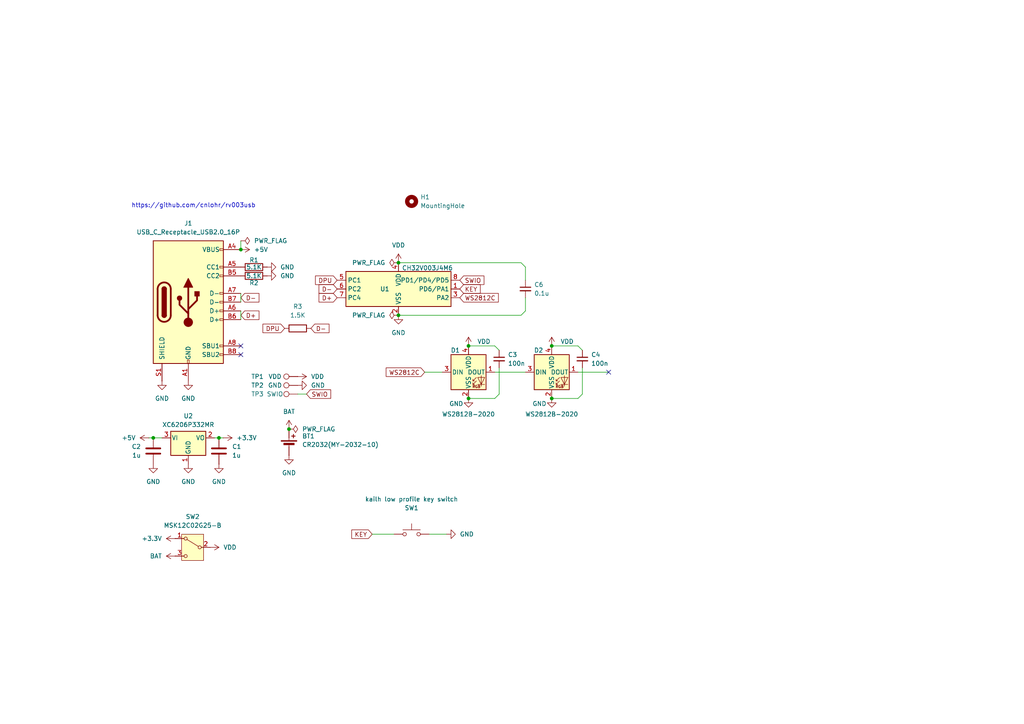
<source format=kicad_sch>
(kicad_sch (version 20250114) (generator "eeschema") (generator_version "9.0")
  (paper "A4")
  (lib_symbols
    (symbol "Connector:TestPoint" (pin_numbers (hide yes)) (pin_names (offset 0.762) (hide yes))
      (property "Reference" "TP" (at 0 6.858 0))
      (property "Value" "TestPoint" (at 0 5.08 0))
      (symbol "TestPoint_0_1"
        (circle (center 0 3.302) (radius 0.762))
      )
      (symbol "TestPoint_1_1"
        (pin passive line (at 0 0 90) (length 2.54) (name "1") (number "1"))
      )
    )
    (symbol "Connector:USB_C_Receptacle_USB2.0_16P" (pin_names (offset 1.016))
      (property "Reference" "J" (at 0 22.225 0))
      (property "Value" "USB_C_Receptacle_USB2.0_16P" (at 0 19.685 0))
      (symbol "USB_C_Receptacle_USB2.0_16P_0_0"
        (rectangle (start -0.254 -17.78) (end 0.254 -16.764))
        (rectangle (start 10.16 15.494) (end 9.144 14.986))
        (rectangle (start 10.16 10.414) (end 9.144 9.906))
        (rectangle (start 10.16 7.874) (end 9.144 7.366))
        (rectangle (start 10.16 2.794) (end 9.144 2.286))
        (rectangle (start 10.16 0.254) (end 9.144 -0.254))
        (rectangle (start 10.16 -2.286) (end 9.144 -2.794))
        (rectangle (start 10.16 -4.826) (end 9.144 -5.334))
        (rectangle (start 10.16 -12.446) (end 9.144 -12.954))
        (rectangle (start 10.16 -14.986) (end 9.144 -15.494))
      )
      (symbol "USB_C_Receptacle_USB2.0_16P_0_1"
        (rectangle (start -10.16 17.78) (end 10.16 -17.78) (stroke (width 0.254)) (fill (type background)))
        (polyline (pts (xy -8.89 -3.81) (xy -8.89 3.81)) (stroke (width 0.508)))
        (rectangle (start -7.62 -3.81) (end -6.35 3.81) (stroke (width 0.254)) (fill (type outline)))
        (arc (start -7.62 3.81) (mid -6.985 4.4423) (end -6.35 3.81) (stroke (width 0.254)))
        (arc (start -7.62 3.81) (mid -6.985 4.4423) (end -6.35 3.81) (stroke (width 0.254)) (fill (type outline)))
        (arc (start -8.89 3.81) (mid -6.985 5.7067) (end -5.08 3.81) (stroke (width 0.508)))
        (arc (start -5.08 -3.81) (mid -6.985 -5.7067) (end -8.89 -3.81) (stroke (width 0.508)))
        (arc (start -6.35 -3.81) (mid -6.985 -4.4423) (end -7.62 -3.81) (stroke (width 0.254)))
        (arc (start -6.35 -3.81) (mid -6.985 -4.4423) (end -7.62 -3.81) (stroke (width 0.254)) (fill (type outline)))
        (polyline (pts (xy -5.08 3.81) (xy -5.08 -3.81)) (stroke (width 0.508)))
        (circle (center -2.54 1.143) (radius 0.635) (stroke (width 0.254)) (fill (type outline)))
        (polyline (pts (xy -1.27 4.318) (xy 0 6.858) (xy 1.27 4.318) (xy -1.27 4.318)) (stroke (width 0.254)) (fill (type outline)))
        (polyline (pts (xy 0 -2.032) (xy 2.54 0.508) (xy 2.54 1.778)) (stroke (width 0.508)))
        (polyline (pts (xy 0 -3.302) (xy -2.54 -0.762) (xy -2.54 0.508)) (stroke (width 0.508)))
        (polyline (pts (xy 0 -5.842) (xy 0 4.318)) (stroke (width 0.508)))
        (circle (center 0 -5.842) (radius 1.27) (fill (type outline)))
        (rectangle (start 1.905 1.778) (end 3.175 3.048) (stroke (width 0.254)) (fill (type outline)))
      )
      (symbol "USB_C_Receptacle_USB2.0_16P_1_1"
        (pin passive line (at -7.62 -22.86 90) (length 5.08) (name "SHIELD") (number "S1"))
        (pin passive line (at 0 -22.86 90) (length 5.08) (name "GND") (number "A1"))
        (pin passive line (at 0 -22.86 90) (length 5.08) (hide yes) (name "GND") (number "A12"))
        (pin passive line (at 0 -22.86 90) (length 5.08) (hide yes) (name "GND") (number "B1"))
        (pin passive line (at 0 -22.86 90) (length 5.08) (hide yes) (name "GND") (number "B12"))
        (pin passive line (at 15.24 15.24 180) (length 5.08) (name "VBUS") (number "A4"))
        (pin passive line (at 15.24 15.24 180) (length 5.08) (hide yes) (name "VBUS") (number "A9"))
        (pin passive line (at 15.24 15.24 180) (length 5.08) (hide yes) (name "VBUS") (number "B4"))
        (pin passive line (at 15.24 15.24 180) (length 5.08) (hide yes) (name "VBUS") (number "B9"))
        (pin bidirectional line (at 15.24 10.16 180) (length 5.08) (name "CC1") (number "A5"))
        (pin bidirectional line (at 15.24 7.62 180) (length 5.08) (name "CC2") (number "B5"))
        (pin bidirectional line (at 15.24 2.54 180) (length 5.08) (name "D-") (number "A7"))
        (pin bidirectional line (at 15.24 0 180) (length 5.08) (name "D-") (number "B7"))
        (pin bidirectional line (at 15.24 -2.54 180) (length 5.08) (name "D+") (number "A6"))
        (pin bidirectional line (at 15.24 -5.08 180) (length 5.08) (name "D+") (number "B6"))
        (pin bidirectional line (at 15.24 -12.7 180) (length 5.08) (name "SBU1") (number "A8"))
        (pin bidirectional line (at 15.24 -15.24 180) (length 5.08) (name "SBU2") (number "B8"))
      )
    )
    (symbol "Device:Battery_Cell" (pin_numbers (hide yes)) (pin_names (offset 0) (hide yes))
      (property "Reference" "BT" (at 2.54 2.54 0))
      (property "Value" "Battery_Cell" (at 2.54 0 0))
      (symbol "Battery_Cell_0_1"
        (rectangle (start -2.286 1.778) (end 2.286 1.524) (fill (type outline)))
        (rectangle (start -1.524 1.016) (end 1.524 0.508) (fill (type outline)))
        (polyline (pts (xy 0 1.778) (xy 0 2.54)))
        (polyline (pts (xy 0 0.762) (xy 0 0)))
        (polyline (pts (xy 0.762 3.048) (xy 1.778 3.048)) (stroke (width 0.254)))
        (polyline (pts (xy 1.27 3.556) (xy 1.27 2.54)) (stroke (width 0.254)))
      )
      (symbol "Battery_Cell_1_1"
        (pin passive line (at 0 5.08 270) (length 2.54) (name "+") (number "1"))
        (pin passive line (at 0 -2.54 90) (length 2.54) (name "-") (number "2"))
      )
    )
    (symbol "Device:C" (pin_numbers (hide yes)) (pin_names (offset 0.254))
      (property "Reference" "C" (at 0.635 2.54 0))
      (property "Value" "C" (at 0.635 -2.54 0))
      (symbol "C_0_1"
        (polyline (pts (xy -2.032 0.762) (xy 2.032 0.762)) (stroke (width 0.508)))
        (polyline (pts (xy -2.032 -0.762) (xy 2.032 -0.762)) (stroke (width 0.508)))
      )
      (symbol "C_1_1"
        (pin passive line (at 0 3.81 270) (length 2.794) (name "~") (number "1"))
        (pin passive line (at 0 -3.81 90) (length 2.794) (name "~") (number "2"))
      )
    )
    (symbol "Device:C_Small" (pin_numbers (hide yes)) (pin_names (offset 0.254) (hide yes))
      (property "Reference" "C" (at 0.254 1.778 0))
      (property "Value" "C_Small" (at 0.254 -2.032 0))
      (symbol "C_Small_0_1"
        (polyline (pts (xy -1.524 0.508) (xy 1.524 0.508)) (stroke (width 0.3048)))
        (polyline (pts (xy -1.524 -0.508) (xy 1.524 -0.508)) (stroke (width 0.3302)))
      )
      (symbol "C_Small_1_1"
        (pin passive line (at 0 2.54 270) (length 2.032) (name "~") (number "1"))
        (pin passive line (at 0 -2.54 90) (length 2.032) (name "~") (number "2"))
      )
    )
    (symbol "Device:R" (pin_numbers (hide yes)) (pin_names (offset 0))
      (property "Reference" "R" (at 2.032 0 90))
      (property "Value" "R" (at 0 0 90))
      (symbol "R_0_1"
        (rectangle (start -1.016 -2.54) (end 1.016 2.54) (stroke (width 0.254)))
      )
      (symbol "R_1_1"
        (pin passive line (at 0 3.81 270) (length 1.27) (name "~") (number "1"))
        (pin passive line (at 0 -3.81 90) (length 1.27) (name "~") (number "2"))
      )
    )
    (symbol "LED:WS2812B-2020" (pin_names (offset 0.254))
      (property "Reference" "D" (at 5.08 5.715 0))
      (property "Value" "WS2812B-2020" (at 1.27 -5.715 0))
      (symbol "WS2812B-2020_0_0"
        (text "RGB" (at 2.286 -4.191 0) (effects (font (size 0.762 0.762))))
      )
      (symbol "WS2812B-2020_0_1"
        (polyline (pts (xy 1.27 -2.54) (xy 1.778 -2.54)))
        (polyline (pts (xy 1.27 -3.556) (xy 1.778 -3.556)))
        (polyline (pts (xy 2.286 -1.524) (xy 1.27 -2.54) (xy 1.27 -2.032)))
        (polyline (pts (xy 2.286 -2.54) (xy 1.27 -3.556) (xy 1.27 -3.048)))
        (polyline (pts (xy 3.683 -1.016) (xy 3.683 -3.556) (xy 3.683 -4.064)))
        (polyline (pts (xy 4.699 -1.524) (xy 2.667 -1.524) (xy 3.683 -3.556) (xy 4.699 -1.524)))
        (polyline (pts (xy 4.699 -3.556) (xy 2.667 -3.556)))
        (rectangle (start 5.08 5.08) (end -5.08 -5.08) (stroke (width 0.254)) (fill (type background)))
      )
      (symbol "WS2812B-2020_1_1"
        (pin input line (at -7.62 0 0) (length 2.54) (name "DIN") (number "3"))
        (pin power_in line (at 0 7.62 270) (length 2.54) (name "VDD") (number "4"))
        (pin power_in line (at 0 -7.62 90) (length 2.54) (name "VSS") (number "2"))
        (pin output line (at 7.62 0 180) (length 2.54) (name "DOUT") (number "1"))
      )
    )
    (symbol "MCU_WCH_RiscV:CH32V003JxMx"
      (property "Reference" "U" (at -15.24 7.62 0))
      (property "Value" "CH32V003JxMx" (at 15.24 7.62 0))
      (symbol "CH32V003JxMx_1_1"
        (rectangle (start -15.24 5.08) (end 15.24 -5.08) (stroke (width 0.254)) (fill (type background)))
        (pin bidirectional line (at -17.78 2.54 0) (length 2.54) (name "PC1") (number "5"))
        (pin bidirectional line (at -17.78 0 0) (length 2.54) (name "PC2") (number "6"))
        (pin bidirectional line (at -17.78 -2.54 0) (length 2.54) (name "PC4") (number "7"))
        (pin power_in line (at 0 7.62 270) (length 2.54) (name "VDD") (number "4"))
        (pin power_in line (at 0 -7.62 90) (length 2.54) (name "VSS") (number "2"))
        (pin bidirectional line (at 17.78 2.54 180) (length 2.54) (name "PD1/PD4/PD5") (number "8"))
        (pin bidirectional line (at 17.78 0 180) (length 2.54) (name "PD6/PA1") (number "1"))
        (pin bidirectional line (at 17.78 -2.54 180) (length 2.54) (name "PA2") (number "3"))
      )
    )
    (symbol "Mechanical:MountingHole" (pin_names (offset 1.016)) (in_bom no)
      (property "Reference" "H" (at 0 5.08 0))
      (property "Value" "MountingHole" (at 0 3.175 0))
      (symbol "MountingHole_0_1"
        (circle (center 0 0) (radius 1.27) (stroke (width 1.27)))
      )
    )
    (symbol "Regulator_Linear:XC6206PxxxMR" (pin_names (offset 0.254))
      (property "Reference" "U" (at -3.81 3.175 0))
      (property "Value" "XC6206PxxxMR" (at 0 3.175 0))
      (symbol "XC6206PxxxMR_0_1"
        (rectangle (start -5.08 1.905) (end 5.08 -5.08) (stroke (width 0.254)) (fill (type background)))
      )
      (symbol "XC6206PxxxMR_1_1"
        (pin power_in line (at -7.62 0 0) (length 2.54) (name "VI") (number "3"))
        (pin power_in line (at 0 -7.62 90) (length 2.54) (name "GND") (number "1"))
        (pin power_out line (at 7.62 0 180) (length 2.54) (name "VO") (number "2"))
      )
    )
    (symbol "Switch:SW_Push" (pin_numbers (hide yes)) (pin_names (offset 1.016) (hide yes))
      (property "Reference" "SW" (at 1.27 2.54 0))
      (property "Value" "SW_Push" (at 0 -1.524 0))
      (symbol "SW_Push_0_1"
        (circle (center -2.032 0) (radius 0.508))
        (polyline (pts (xy 0 1.27) (xy 0 3.048)))
        (circle (center 2.032 0) (radius 0.508))
        (polyline (pts (xy 2.54 1.27) (xy -2.54 1.27)))
        (pin passive line (at -5.08 0 0) (length 2.54) (name "1") (number "1"))
        (pin passive line (at 5.08 0 180) (length 2.54) (name "2") (number "2"))
      )
    )
    (symbol "Switch:SW_SPDT" (pin_names (offset 0) (hide yes))
      (property "Reference" "SW" (at 0 5.08 0))
      (property "Value" "SW_SPDT" (at 0 -5.08 0))
      (symbol "SW_SPDT_0_1"
        (circle (center -2.032 0) (radius 0.4572))
        (polyline (pts (xy -1.651 0.254) (xy 1.651 2.286)))
        (circle (center 2.032 2.54) (radius 0.4572))
        (circle (center 2.032 -2.54) (radius 0.4572))
      )
      (symbol "SW_SPDT_1_1"
        (rectangle (start -3.175 3.81) (end 3.175 -3.81) (fill (type background)))
        (pin passive line (at -5.08 0 0) (length 2.54) (name "B") (number "2"))
        (pin passive line (at 5.08 2.54 180) (length 2.54) (name "A") (number "1"))
        (pin passive line (at 5.08 -2.54 180) (length 2.54) (name "C") (number "3"))
      )
    )
    (symbol "power:GND" (power) (pin_numbers (hide yes)) (pin_names (offset 0) (hide yes))
      (property "Value" "GND" (at 0 -3.81 0))
      (symbol "GND_0_1"
        (polyline (pts (xy 0 0) (xy 0 -1.27) (xy 1.27 -1.27) (xy 0 -2.54) (xy -1.27 -1.27) (xy 0 -1.27)))
      )
      (symbol "GND_1_1"
        (pin power_in line (at 0 0 270) (length 0) (name "~") (number "1"))
      )
    )
    (symbol "power:PWR_FLAG" (power) (pin_numbers (hide yes)) (pin_names (offset 0) (hide yes))
      (property "Value" "PWR_FLAG" (at 0 3.81 0))
      (symbol "PWR_FLAG_0_0"
        (pin power_out line (at 0 0 90) (length 0) (name "~") (number "1"))
      )
      (symbol "PWR_FLAG_0_1"
        (polyline (pts (xy 0 0) (xy 0 1.27) (xy -1.016 1.905) (xy 0 2.54) (xy 1.016 1.905) (xy 0 1.27)))
      )
    )
    (symbol "power:VCC" (power) (pin_numbers (hide yes)) (pin_names (offset 0) (hide yes))
      (property "Value" "VCC" (at 0 3.556 0))
      (symbol "VCC_0_1"
        (polyline (pts (xy -0.762 1.27) (xy 0 2.54)))
        (polyline (pts (xy 0 2.54) (xy 0.762 1.27)))
        (polyline (pts (xy 0 0) (xy 0 2.54)))
      )
      (symbol "VCC_1_1"
        (pin power_in line (at 0 0 90) (length 0) (name "~") (number "1"))
      )
    )
    (symbol "power:VDD" (power) (pin_numbers (hide yes)) (pin_names (offset 0) (hide yes))
      (property "Value" "VDD" (at 0 3.556 0))
      (symbol "VDD_0_1"
        (polyline (pts (xy -0.762 1.27) (xy 0 2.54)))
        (polyline (pts (xy 0 2.54) (xy 0.762 1.27)))
        (polyline (pts (xy 0 0) (xy 0 2.54)))
      )
      (symbol "VDD_1_1"
        (pin power_in line (at 0 0 90) (length 0) (name "~") (number "1"))
      )
    )
  )
  (text "https://github.com/cnlohr/rv003usb" (at 56.134 59.69 0) (effects (font (size 1.27 1.27))))
  (junction (at 135.89 100.33))
  (junction (at 115.57 76.2))
  (junction (at 63.5 127))
  (junction (at 135.89 115.57))
  (junction (at 160.02 100.33))
  (junction (at 69.85 72.39))
  (junction (at 160.02 115.57))
  (junction (at 44.45 127))
  (junction (at 83.82 124.46))
  (junction (at 115.57 91.44))
  (no_connect (at 69.85 100.33))
  (no_connect (at 176.53 107.95))
  (no_connect (at 69.85 102.87))
  (wire (pts (xy 143.51 100.33) (xy 135.89 100.33)))
  (wire (pts (xy 123.19 107.95) (xy 128.27 107.95)))
  (wire (pts (xy 144.78 114.3) (xy 143.51 115.57)))
  (wire (pts (xy 43.18 127) (xy 44.45 127)))
  (wire (pts (xy 151.13 76.2) (xy 152.4 77.47)))
  (wire (pts (xy 151.13 91.44) (xy 115.57 91.44)))
  (wire (pts (xy 69.85 69.85) (xy 69.85 72.39)))
  (wire (pts (xy 168.91 114.3) (xy 167.64 115.57)))
  (wire (pts (xy 63.5 127) (xy 62.23 127)))
  (wire (pts (xy 167.64 100.33) (xy 168.91 101.6)))
  (wire (pts (xy 143.51 107.95) (xy 152.4 107.95)))
  (wire (pts (xy 167.64 107.95) (xy 176.53 107.95)))
  (wire (pts (xy 44.45 127) (xy 46.99 127)))
  (wire (pts (xy 144.78 106.68) (xy 144.78 114.3)))
  (wire (pts (xy 168.91 106.68) (xy 168.91 114.3)))
  (wire (pts (xy 64.77 127) (xy 63.5 127)))
  (wire (pts (xy 152.4 77.47) (xy 152.4 81.28)))
  (wire (pts (xy 151.13 76.2) (xy 115.57 76.2)))
  (wire (pts (xy 124.46 154.94) (xy 129.54 154.94)))
  (wire (pts (xy 69.85 85.09) (xy 69.85 87.63)))
  (wire (pts (xy 107.95 154.94) (xy 114.3 154.94)))
  (wire (pts (xy 143.51 100.33) (xy 144.78 101.6)))
  (wire (pts (xy 151.13 91.44) (xy 152.4 90.17)))
  (wire (pts (xy 88.9 114.3) (xy 86.36 114.3)))
  (wire (pts (xy 160.02 115.57) (xy 167.64 115.57)))
  (wire (pts (xy 69.85 90.17) (xy 69.85 92.71)))
  (wire (pts (xy 135.89 115.57) (xy 143.51 115.57)))
  (wire (pts (xy 152.4 90.17) (xy 152.4 86.36)))
  (wire (pts (xy 167.64 100.33) (xy 160.02 100.33)))
  (global_label "SWIO" (shape input) (at 88.9 114.3 0) (property "Intersheetrefs" "${INTERSHEET_REFS}" (effects (hide yes))))
  (global_label "DPU" (shape input) (at 82.55 95.25 180) (property "Intersheetrefs" "${INTERSHEET_REFS}" (effects (hide yes))))
  (global_label "D-" (shape input) (at 69.85 86.36 0) (property "Intersheetrefs" "${INTERSHEET_REFS}" (effects (hide yes))))
  (global_label "D+" (shape input) (at 97.79 86.36 180) (property "Intersheetrefs" "${INTERSHEET_REFS}" (effects (hide yes))))
  (global_label "WS2812C" (shape input) (at 123.19 107.95 180) (property "Intersheetrefs" "${INTERSHEET_REFS}" (effects (hide yes))))
  (global_label "D+" (shape input) (at 69.85 91.44 0) (property "Intersheetrefs" "${INTERSHEET_REFS}" (effects (hide yes))))
  (global_label "D-" (shape input) (at 90.17 95.25 0) (property "Intersheetrefs" "${INTERSHEET_REFS}" (effects (hide yes))))
  (global_label "KEY" (shape input) (at 107.95 154.94 180) (property "Intersheetrefs" "${INTERSHEET_REFS}" (effects (hide yes))))
  (global_label "SWIO" (shape input) (at 133.35 81.28 0) (property "Intersheetrefs" "${INTERSHEET_REFS}" (effects (hide yes))))
  (global_label "D-" (shape input) (at 97.79 83.82 180) (property "Intersheetrefs" "${INTERSHEET_REFS}" (effects (hide yes))))
  (global_label "DPU" (shape input) (at 97.79 81.28 180) (property "Intersheetrefs" "${INTERSHEET_REFS}" (effects (hide yes))))
  (global_label "KEY" (shape input) (at 133.35 83.82 0) (property "Intersheetrefs" "${INTERSHEET_REFS}" (effects (hide yes))))
  (global_label "WS2812C" (shape input) (at 133.35 86.36 0) (property "Intersheetrefs" "${INTERSHEET_REFS}" (effects (hide yes))))
  (symbol (lib_id "LED:WS2812B-2020") (at 160.02 107.95 0) (unit 1)
    (property "Reference" "D2" (at 156.21 101.6 0))
    (property "Value" "WS2812B-2020" (at 160.02 120.142 0))
    (property "Footprint" "LED_SMD:LED_WS2812B-2020_PLCC4_2.0x2.0mm" (effects (hide yes)))
    (property "Datasheet" "https://cdn-shop.adafruit.com/product-files/4684/4684_WS2812B-2020_V1.3_EN.pdf" (effects (hide yes)))
    (property "Description" "RGB LED with integrated controller, 2.0 x 2.0 mm, 12 mA" (effects (hide yes)))
  )
  (symbol (lib_id "power:GND") (at 77.47 77.47 90) (unit 1)
    (property "Reference" "#PWR02" (effects (hide yes)))
    (property "Value" "GND" (at 81.28 77.4699 90) (effects (justify right)))
    (property "Description" "Power symbol creates a global label with name \"GND\" , ground" (effects (hide yes)))
  )
  (symbol (lib_id "power:GND") (at 86.36 111.76 90) (unit 1)
    (property "Reference" "#PWR027" (effects (hide yes)))
    (property "Value" "GND" (at 90.17 111.7599 90) (effects (justify right)))
    (property "Description" "Power symbol creates a global label with name \"GND\" , ground" (effects (hide yes)))
  )
  (symbol (lib_id "Device:C_Small") (at 152.4 83.82 0) (unit 1)
    (property "Reference" "C6" (at 154.94 82.5562 0) (effects (justify left)))
    (property "Value" "0.1u" (at 154.94 85.0962 0) (effects (justify left)))
    (property "Footprint" "Capacitor_SMD:C_0603_1608Metric_Pad1.08x0.95mm_HandSolder" (effects (hide yes)))
    (property "Description" "Unpolarized capacitor, small symbol" (effects (hide yes)))
  )
  (symbol (lib_id "Switch:SW_SPDT") (at 55.88 158.75 0) (mirror y) (unit 1)
    (property "Reference" "SW2" (at 55.88 149.86 0))
    (property "Value" "MSK12C02G25-B" (at 55.88 152.4 0))
    (property "Footprint" "Library:MSK12C02G25-B" (effects (hide yes)))
    (property "Description" "Switch, single pole double throw" (effects (hide yes)))
  )
  (symbol (lib_id "power:VCC") (at 115.57 76.2 0) (unit 1)
    (property "Reference" "#PWR07" (effects (hide yes)))
    (property "Value" "VDD" (at 115.57 71.12 0))
    (property "Description" "Power symbol creates a global label with name \"VCC\"" (effects (hide yes)))
  )
  (symbol (lib_id "MCU_WCH_RiscV:CH32V003JxMx") (at 115.57 83.82 0) (unit 1)
    (property "Reference" "U1" (at 110.236 83.82 0) (effects (justify left)))
    (property "Value" "CH32V003J4M6" (at 116.586 77.724 0) (effects (justify left)))
    (property "Footprint" "Package_SO:JEITA_SOIC-8_3.9x4.9mm_P1.27mm" (effects (hide yes)))
    (property "Datasheet" "https://www.wch-ic.com/products/CH32V003.html" (effects (hide yes)))
    (property "Description" "CH32V003 series are industrial-grade general-purpose microcontrollers designed based on 32-bit RISC-V instruction set and architecture. It adopts QingKe V2A core, RV32EC instruction set, and supports 2 levels of interrupt nesting. The series are mounted with rich peripheral interfaces and function modules. Its internal organizational structure meets the low-cost and low-power embedded application scenarios. JEITA SOIC-8 (SOP-8)" (effects (hide yes)))
  )
  (symbol (lib_id "Regulator_Linear:XC6206PxxxMR") (at 54.61 127 0) (unit 1)
    (property "Reference" "U2" (at 54.61 120.65 0))
    (property "Value" "XC6206P332MR" (at 54.61 123.19 0))
    (property "Footprint" "Package_TO_SOT_SMD:SOT-23-3" (effects (hide yes)))
    (property "Datasheet" "https://www.torexsemi.com/file/xc6206/XC6206.pdf" (effects (hide yes)))
    (property "Description" "Positive 60-250mA Low Dropout Regulator, Fixed Output, SOT-23" (effects (hide yes)))
  )
  (symbol (lib_id "power:VDD") (at 64.77 127 270) (unit 1)
    (property "Reference" "#PWR010" (effects (hide yes)))
    (property "Value" "+3.3V" (at 68.58 126.9999 90) (effects (justify left)))
    (property "Description" "Power symbol creates a global label with name \"VDD\"" (effects (hide yes)))
  )
  (symbol (lib_id "power:GND") (at 54.61 134.62 0) (unit 1)
    (property "Reference" "#PWR012" (effects (hide yes)))
    (property "Value" "GND" (at 54.61 139.7 0))
    (property "Description" "Power symbol creates a global label with name \"GND\" , ground" (effects (hide yes)))
  )
  (symbol (lib_id "Device:C") (at 44.45 130.81 0) (unit 1)
    (property "Reference" "C2" (at 40.894 129.54 0) (effects (justify right)))
    (property "Value" "1u" (at 40.894 132.08 0) (effects (justify right)))
    (property "Footprint" "Capacitor_SMD:C_0603_1608Metric_Pad1.08x0.95mm_HandSolder" (effects (hide yes)))
    (property "Description" "Unpolarized capacitor" (effects (hide yes)))
  )
  (symbol (lib_id "Device:C_Small") (at 144.78 104.14 0) (unit 1)
    (property "Reference" "C3" (at 147.32 102.8762 0) (effects (justify left)))
    (property "Value" "100n" (at 147.32 105.4162 0) (effects (justify left)))
    (property "Footprint" "Capacitor_SMD:C_0603_1608Metric_Pad1.08x0.95mm_HandSolder" (effects (hide yes)))
    (property "Description" "Unpolarized capacitor, small symbol" (effects (hide yes)))
  )
  (symbol (lib_id "power:VDD") (at 50.8 161.29 90) (unit 1)
    (property "Reference" "#PWR024" (effects (hide yes)))
    (property "Value" "BAT" (at 46.99 161.2899 90) (effects (justify left)))
    (property "Description" "Power symbol creates a global label with name \"VDD\"" (effects (hide yes)))
  )
  (symbol (lib_id "Device:C_Small") (at 168.91 104.14 0) (unit 1)
    (property "Reference" "C4" (at 171.45 102.8762 0) (effects (justify left)))
    (property "Value" "100n" (at 171.45 105.4162 0) (effects (justify left)))
    (property "Footprint" "Capacitor_SMD:C_0603_1608Metric_Pad1.08x0.95mm_HandSolder" (effects (hide yes)))
    (property "Description" "Unpolarized capacitor, small symbol" (effects (hide yes)))
  )
  (symbol (lib_id "power:GND") (at 115.57 91.44 0) (unit 1)
    (property "Reference" "#PWR01" (effects (hide yes)))
    (property "Value" "GND" (at 115.57 96.52 0))
    (property "Description" "Power symbol creates a global label with name \"GND\" , ground" (effects (hide yes)))
  )
  (symbol (lib_id "LED:WS2812B-2020") (at 135.89 107.95 0) (unit 1)
    (property "Reference" "D1" (at 132.08 101.6 0))
    (property "Value" "WS2812B-2020" (at 135.89 120.142 0))
    (property "Footprint" "LED_SMD:LED_WS2812B-2020_PLCC4_2.0x2.0mm" (effects (hide yes)))
    (property "Datasheet" "https://cdn-shop.adafruit.com/product-files/4684/4684_WS2812B-2020_V1.3_EN.pdf" (effects (hide yes)))
    (property "Description" "RGB LED with integrated controller, 2.0 x 2.0 mm, 12 mA" (effects (hide yes)))
  )
  (symbol (lib_id "power:PWR_FLAG") (at 69.85 69.85 270) (unit 1)
    (property "Reference" "#FLG02" (effects (hide yes)))
    (property "Value" "PWR_FLAG" (at 73.66 69.8499 90) (effects (justify left)))
    (property "Description" "Special symbol for telling ERC where power comes from" (effects (hide yes)))
  )
  (symbol (lib_id "power:GND") (at 135.89 115.57 0) (unit 1)
    (property "Reference" "#PWR013" (effects (hide yes)))
    (property "Value" "GND" (at 132.334 117.094 0))
    (property "Description" "Power symbol creates a global label with name \"GND\" , ground" (effects (hide yes)))
  )
  (symbol (lib_id "Connector:TestPoint") (at 86.36 111.76 90) (unit 1)
    (property "Reference" "TP2" (at 74.676 111.76 90))
    (property "Value" "GND" (at 79.756 111.76 90))
    (property "Footprint" "TestPoint:TestPoint_Pad_D1.5mm" (effects (hide yes)))
    (property "Description" "test point" (effects (hide yes)))
  )
  (symbol (lib_id "power:PWR_FLAG") (at 115.57 76.2 90) (unit 1)
    (property "Reference" "#FLG01" (effects (hide yes)))
    (property "Value" "PWR_FLAG" (at 111.76 76.1999 90) (effects (justify left)))
    (property "Description" "Special symbol for telling ERC where power comes from" (effects (hide yes)))
  )
  (symbol (lib_id "power:GND") (at 44.45 134.62 0) (unit 1)
    (property "Reference" "#PWR011" (effects (hide yes)))
    (property "Value" "GND" (at 44.45 139.7 0))
    (property "Description" "Power symbol creates a global label with name \"GND\" , ground" (effects (hide yes)))
  )
  (symbol (lib_id "Device:C") (at 63.5 130.81 0) (unit 1)
    (property "Reference" "C1" (at 67.31 129.5399 0) (effects (justify left)))
    (property "Value" "1u" (at 67.31 132.0799 0) (effects (justify left)))
    (property "Footprint" "Capacitor_SMD:C_0603_1608Metric_Pad1.08x0.95mm_HandSolder" (effects (hide yes)))
    (property "Description" "Unpolarized capacitor" (effects (hide yes)))
  )
  (symbol (lib_id "Device:R") (at 86.36 95.25 90) (unit 1)
    (property "Reference" "R3" (at 86.36 88.9 90))
    (property "Value" "1.5K" (at 86.36 91.44 90))
    (property "Footprint" "Resistor_SMD:R_0603_1608Metric_Pad0.98x0.95mm_HandSolder" (effects (hide yes)))
    (property "Description" "Resistor" (effects (hide yes)))
  )
  (symbol (lib_id "Connector:TestPoint") (at 86.36 109.22 90) (unit 1)
    (property "Reference" "TP1" (at 74.676 109.22 90))
    (property "Value" "VDD" (at 79.756 109.22 90))
    (property "Footprint" "TestPoint:TestPoint_Pad_D1.5mm" (effects (hide yes)))
    (property "Description" "test point" (effects (hide yes)))
  )
  (symbol (lib_id "Device:R") (at 73.66 77.47 90) (unit 1)
    (property "Reference" "R1" (at 73.66 75.438 90))
    (property "Value" "5.1K" (at 73.66 77.47 90))
    (property "Footprint" "Resistor_SMD:R_0603_1608Metric_Pad0.98x0.95mm_HandSolder" (effects (hide yes)))
    (property "Description" "Resistor" (effects (hide yes)))
  )
  (symbol (lib_id "power:PWR_FLAG") (at 83.82 124.46 270) (unit 1)
    (property "Reference" "#FLG03" (effects (hide yes)))
    (property "Value" "PWR_FLAG" (at 87.63 124.4599 90) (effects (justify left)))
    (property "Description" "Special symbol for telling ERC where power comes from" (effects (hide yes)))
  )
  (symbol (lib_id "Switch:SW_Push") (at 119.38 154.94 0) (unit 1)
    (property "Reference" "SW1" (at 119.38 147.32 0))
    (property "Value" "kailh low profile key switch" (at 119.38 144.78 0))
    (property "Footprint" "Library:SW_Kailh_Choc_V1" (effects (hide yes)))
    (property "Description" "Push button switch, generic, two pins" (effects (hide yes)))
  )
  (symbol (lib_id "power:GND") (at 77.47 80.01 90) (unit 1)
    (property "Reference" "#PWR03" (effects (hide yes)))
    (property "Value" "GND" (at 81.28 80.0099 90) (effects (justify right)))
    (property "Description" "Power symbol creates a global label with name \"GND\" , ground" (effects (hide yes)))
  )
  (symbol (lib_id "power:VCC") (at 43.18 127 90) (unit 1)
    (property "Reference" "#PWR09" (effects (hide yes)))
    (property "Value" "+5V" (at 39.37 126.9999 90) (effects (justify left)))
    (property "Description" "Power symbol creates a global label with name \"VCC\"" (effects (hide yes)))
  )
  (symbol (lib_id "power:VCC") (at 135.89 100.33 0) (unit 1)
    (property "Reference" "#PWR016" (effects (hide yes)))
    (property "Value" "VDD" (at 138.43 99.0599 0) (effects (justify left)))
    (property "Description" "Power symbol creates a global label with name \"VCC\"" (effects (hide yes)))
  )
  (symbol (lib_id "power:VDD") (at 50.8 156.21 90) (unit 1)
    (property "Reference" "#PWR023" (effects (hide yes)))
    (property "Value" "+3.3V" (at 46.99 156.2099 90) (effects (justify left)))
    (property "Description" "Power symbol creates a global label with name \"VDD\"" (effects (hide yes)))
  )
  (symbol (lib_id "Connector:TestPoint") (at 86.36 114.3 90) (unit 1)
    (property "Reference" "TP3" (at 74.676 114.3 90))
    (property "Value" "SWIO" (at 79.756 114.3 90))
    (property "Footprint" "TestPoint:TestPoint_Pad_D1.5mm" (effects (hide yes)))
    (property "Description" "test point" (effects (hide yes)))
  )
  (symbol (lib_id "power:GND") (at 54.61 110.49 0) (unit 1)
    (property "Reference" "#PWR06" (effects (hide yes)))
    (property "Value" "GND" (at 54.61 115.57 0))
    (property "Description" "Power symbol creates a global label with name \"GND\" , ground" (effects (hide yes)))
  )
  (symbol (lib_id "Connector:USB_C_Receptacle_USB2.0_16P") (at 54.61 87.63 0) (unit 1)
    (property "Reference" "J1" (at 54.61 64.77 0))
    (property "Value" "USB_C_Receptacle_USB2.0_16P" (at 54.61 67.31 0))
    (property "Footprint" "Connector_USB:USB_C_Receptacle_GCT_USB4105-xx-A_16P_TopMnt_Horizontal" (effects (hide yes)))
    (property "Datasheet" "https://www.usb.org/sites/default/files/documents/usb_type-c.zip" (effects (hide yes)))
    (property "Description" "USB 2.0-only 16P Type-C Receptacle connector" (effects (hide yes)))
  )
  (symbol (lib_id "Mechanical:MountingHole") (at 119.38 58.42 0) (unit 1) (in_bom no)
    (property "Reference" "H1" (at 121.92 57.1499 0) (effects (justify left)))
    (property "Value" "MountingHole" (at 121.92 59.6899 0) (effects (justify left)))
    (property "Footprint" "MountingHole:MountingHole_2.2mm_M2" (effects (hide yes)))
    (property "Description" "Mounting Hole without connection" (effects (hide yes)))
  )
  (symbol (lib_id "power:VCC") (at 160.02 100.33 0) (unit 1)
    (property "Reference" "#PWR014" (effects (hide yes)))
    (property "Value" "VDD" (at 162.56 99.0599 0) (effects (justify left)))
    (property "Description" "Power symbol creates a global label with name \"VCC\"" (effects (hide yes)))
  )
  (symbol (lib_id "power:GND") (at 129.54 154.94 90) (unit 1)
    (property "Reference" "#PWR08" (effects (hide yes)))
    (property "Value" "GND" (at 133.35 154.9399 90) (effects (justify right)))
    (property "Description" "Power symbol creates a global label with name \"GND\" , ground" (effects (hide yes)))
  )
  (symbol (lib_id "power:GND") (at 160.02 115.57 0) (unit 1)
    (property "Reference" "#PWR015" (effects (hide yes)))
    (property "Value" "GND" (at 156.464 117.094 0))
    (property "Description" "Power symbol creates a global label with name \"GND\" , ground" (effects (hide yes)))
  )
  (symbol (lib_id "Device:R") (at 73.66 80.01 90) (unit 1)
    (property "Reference" "R2" (at 73.66 82.042 90))
    (property "Value" "5.1K" (at 73.66 80.01 90))
    (property "Footprint" "Resistor_SMD:R_0603_1608Metric_Pad0.98x0.95mm_HandSolder" (effects (hide yes)))
    (property "Description" "Resistor" (effects (hide yes)))
  )
  (symbol (lib_id "power:GND") (at 63.5 134.62 0) (unit 1)
    (property "Reference" "#PWR017" (effects (hide yes)))
    (property "Value" "GND" (at 63.5 139.7 0))
    (property "Description" "Power symbol creates a global label with name \"GND\" , ground" (effects (hide yes)))
  )
  (symbol (lib_id "power:GND") (at 83.82 132.08 0) (unit 1)
    (property "Reference" "#PWR020" (effects (hide yes)))
    (property "Value" "GND" (at 83.82 137.16 0))
    (property "Description" "Power symbol creates a global label with name \"GND\" , ground" (effects (hide yes)))
  )
  (symbol (lib_id "Device:Battery_Cell") (at 83.82 129.54 0) (unit 1)
    (property "Reference" "BT1" (at 87.63 126.492 0) (effects (justify left)))
    (property "Value" "CR2032(MY-2032-10)" (at 87.63 128.9684 0) (effects (justify left)))
    (property "Footprint" "Library:MY-2032-10" (effects (hide yes)))
    (property "Description" "Single-cell battery" (effects (hide yes)))
  )
  (symbol (lib_id "power:GND") (at 46.99 110.49 0) (unit 1)
    (property "Reference" "#PWR05" (effects (hide yes)))
    (property "Value" "GND" (at 46.99 115.57 0))
    (property "Description" "Power symbol creates a global label with name \"GND\" , ground" (effects (hide yes)))
  )
  (symbol (lib_id "power:VDD") (at 83.82 124.46 0) (unit 1)
    (property "Reference" "#PWR021" (effects (hide yes)))
    (property "Value" "BAT" (at 83.82 119.38 0))
    (property "Description" "Power symbol creates a global label with name \"VDD\"" (effects (hide yes)))
  )
  (symbol (lib_id "power:VDD") (at 86.36 109.22 270) (unit 1)
    (property "Reference" "#PWR019" (effects (hide yes)))
    (property "Value" "VDD" (at 90.17 109.2199 90) (effects (justify left)))
    (property "Description" "Power symbol creates a global label with name \"VDD\"" (effects (hide yes)))
  )
  (symbol (lib_id "power:VCC") (at 69.85 72.39 270) (unit 1)
    (property "Reference" "#PWR04" (effects (hide yes)))
    (property "Value" "+5V" (at 73.66 72.3899 90) (effects (justify left)))
    (property "Description" "Power symbol creates a global label with name \"VCC\"" (effects (hide yes)))
  )
  (symbol (lib_id "power:VDD") (at 60.96 158.75 270) (unit 1)
    (property "Reference" "#PWR022" (effects (hide yes)))
    (property "Value" "VDD" (at 64.77 158.7499 90) (effects (justify left)))
    (property "Description" "Power symbol creates a global label with name \"VDD\"" (effects (hide yes)))
  )
  (symbol (lib_id "power:PWR_FLAG") (at 115.57 91.44 90) (unit 1)
    (property "Reference" "#FLG04" (effects (hide yes)))
    (property "Value" "PWR_FLAG" (at 111.76 91.4399 90) (effects (justify left)))
    (property "Description" "Special symbol for telling ERC where power comes from" (effects (hide yes)))
  )
)
</source>
